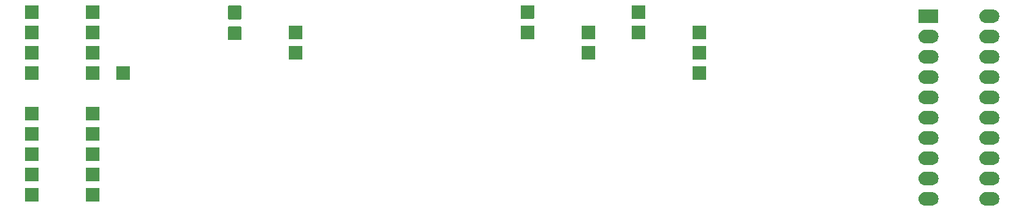
<source format=gbs>
G04 #@! TF.GenerationSoftware,KiCad,Pcbnew,(5.1.2-1)-1*
G04 #@! TF.CreationDate,2019-06-06T20:45:53+01:00*
G04 #@! TF.ProjectId,SRAM Board 2MB,5352414d-2042-46f6-9172-6420324d422e,rev?*
G04 #@! TF.SameCoordinates,Original*
G04 #@! TF.FileFunction,Soldermask,Bot*
G04 #@! TF.FilePolarity,Negative*
%FSLAX46Y46*%
G04 Gerber Fmt 4.6, Leading zero omitted, Abs format (unit mm)*
G04 Created by KiCad (PCBNEW (5.1.2-1)-1) date 2019-06-06 20:45:53*
%MOMM*%
%LPD*%
G04 APERTURE LIST*
%ADD10C,0.100000*%
G04 APERTURE END LIST*
D10*
G36*
X263456823Y-96951313D02*
G01*
X263617242Y-96999976D01*
X263749906Y-97070886D01*
X263765078Y-97078996D01*
X263894659Y-97185341D01*
X264001004Y-97314922D01*
X264001005Y-97314924D01*
X264080024Y-97462758D01*
X264128687Y-97623177D01*
X264145117Y-97790000D01*
X264128687Y-97956823D01*
X264080024Y-98117242D01*
X264071601Y-98133000D01*
X264001004Y-98265078D01*
X263894659Y-98394659D01*
X263765078Y-98501004D01*
X263765076Y-98501005D01*
X263617242Y-98580024D01*
X263456823Y-98628687D01*
X263331804Y-98641000D01*
X262448196Y-98641000D01*
X262323177Y-98628687D01*
X262162758Y-98580024D01*
X262014924Y-98501005D01*
X262014922Y-98501004D01*
X261885341Y-98394659D01*
X261778996Y-98265078D01*
X261708399Y-98133000D01*
X261699976Y-98117242D01*
X261651313Y-97956823D01*
X261634883Y-97790000D01*
X261651313Y-97623177D01*
X261699976Y-97462758D01*
X261778995Y-97314924D01*
X261778996Y-97314922D01*
X261885341Y-97185341D01*
X262014922Y-97078996D01*
X262030094Y-97070886D01*
X262162758Y-96999976D01*
X262323177Y-96951313D01*
X262448196Y-96939000D01*
X263331804Y-96939000D01*
X263456823Y-96951313D01*
X263456823Y-96951313D01*
G37*
G36*
X255836823Y-96951313D02*
G01*
X255997242Y-96999976D01*
X256129906Y-97070886D01*
X256145078Y-97078996D01*
X256274659Y-97185341D01*
X256381004Y-97314922D01*
X256381005Y-97314924D01*
X256460024Y-97462758D01*
X256508687Y-97623177D01*
X256525117Y-97790000D01*
X256508687Y-97956823D01*
X256460024Y-98117242D01*
X256451601Y-98133000D01*
X256381004Y-98265078D01*
X256274659Y-98394659D01*
X256145078Y-98501004D01*
X256145076Y-98501005D01*
X255997242Y-98580024D01*
X255836823Y-98628687D01*
X255711804Y-98641000D01*
X254828196Y-98641000D01*
X254703177Y-98628687D01*
X254542758Y-98580024D01*
X254394924Y-98501005D01*
X254394922Y-98501004D01*
X254265341Y-98394659D01*
X254158996Y-98265078D01*
X254088399Y-98133000D01*
X254079976Y-98117242D01*
X254031313Y-97956823D01*
X254014883Y-97790000D01*
X254031313Y-97623177D01*
X254079976Y-97462758D01*
X254158995Y-97314924D01*
X254158996Y-97314922D01*
X254265341Y-97185341D01*
X254394922Y-97078996D01*
X254410094Y-97070886D01*
X254542758Y-96999976D01*
X254703177Y-96951313D01*
X254828196Y-96939000D01*
X255711804Y-96939000D01*
X255836823Y-96951313D01*
X255836823Y-96951313D01*
G37*
G36*
X151377099Y-96433879D02*
G01*
X151399306Y-96440616D01*
X151419778Y-96451558D01*
X151437718Y-96466282D01*
X151452442Y-96484222D01*
X151463384Y-96504694D01*
X151470121Y-96526901D01*
X151473000Y-96556138D01*
X151473000Y-98007862D01*
X151470121Y-98037099D01*
X151463384Y-98059306D01*
X151452442Y-98079778D01*
X151437718Y-98097718D01*
X151419778Y-98112442D01*
X151399306Y-98123384D01*
X151377099Y-98130121D01*
X151347862Y-98133000D01*
X149896138Y-98133000D01*
X149866901Y-98130121D01*
X149844694Y-98123384D01*
X149824222Y-98112442D01*
X149806282Y-98097718D01*
X149791558Y-98079778D01*
X149780616Y-98059306D01*
X149773879Y-98037099D01*
X149771000Y-98007862D01*
X149771000Y-96556138D01*
X149773879Y-96526901D01*
X149780616Y-96504694D01*
X149791558Y-96484222D01*
X149806282Y-96466282D01*
X149824222Y-96451558D01*
X149844694Y-96440616D01*
X149866901Y-96433879D01*
X149896138Y-96431000D01*
X151347862Y-96431000D01*
X151377099Y-96433879D01*
X151377099Y-96433879D01*
G37*
G36*
X143757099Y-96433879D02*
G01*
X143779306Y-96440616D01*
X143799778Y-96451558D01*
X143817718Y-96466282D01*
X143832442Y-96484222D01*
X143843384Y-96504694D01*
X143850121Y-96526901D01*
X143853000Y-96556138D01*
X143853000Y-98007862D01*
X143850121Y-98037099D01*
X143843384Y-98059306D01*
X143832442Y-98079778D01*
X143817718Y-98097718D01*
X143799778Y-98112442D01*
X143779306Y-98123384D01*
X143757099Y-98130121D01*
X143727862Y-98133000D01*
X142276138Y-98133000D01*
X142246901Y-98130121D01*
X142224694Y-98123384D01*
X142204222Y-98112442D01*
X142186282Y-98097718D01*
X142171558Y-98079778D01*
X142160616Y-98059306D01*
X142153879Y-98037099D01*
X142151000Y-98007862D01*
X142151000Y-96556138D01*
X142153879Y-96526901D01*
X142160616Y-96504694D01*
X142171558Y-96484222D01*
X142186282Y-96466282D01*
X142204222Y-96451558D01*
X142224694Y-96440616D01*
X142246901Y-96433879D01*
X142276138Y-96431000D01*
X143727862Y-96431000D01*
X143757099Y-96433879D01*
X143757099Y-96433879D01*
G37*
G36*
X255836823Y-94411313D02*
G01*
X255997242Y-94459976D01*
X256129906Y-94530886D01*
X256145078Y-94538996D01*
X256274659Y-94645341D01*
X256381004Y-94774922D01*
X256381005Y-94774924D01*
X256460024Y-94922758D01*
X256508687Y-95083177D01*
X256525117Y-95250000D01*
X256508687Y-95416823D01*
X256460024Y-95577242D01*
X256451601Y-95593000D01*
X256381004Y-95725078D01*
X256274659Y-95854659D01*
X256145078Y-95961004D01*
X256145076Y-95961005D01*
X255997242Y-96040024D01*
X255836823Y-96088687D01*
X255711804Y-96101000D01*
X254828196Y-96101000D01*
X254703177Y-96088687D01*
X254542758Y-96040024D01*
X254394924Y-95961005D01*
X254394922Y-95961004D01*
X254265341Y-95854659D01*
X254158996Y-95725078D01*
X254088399Y-95593000D01*
X254079976Y-95577242D01*
X254031313Y-95416823D01*
X254014883Y-95250000D01*
X254031313Y-95083177D01*
X254079976Y-94922758D01*
X254158995Y-94774924D01*
X254158996Y-94774922D01*
X254265341Y-94645341D01*
X254394922Y-94538996D01*
X254410094Y-94530886D01*
X254542758Y-94459976D01*
X254703177Y-94411313D01*
X254828196Y-94399000D01*
X255711804Y-94399000D01*
X255836823Y-94411313D01*
X255836823Y-94411313D01*
G37*
G36*
X263456823Y-94411313D02*
G01*
X263617242Y-94459976D01*
X263749906Y-94530886D01*
X263765078Y-94538996D01*
X263894659Y-94645341D01*
X264001004Y-94774922D01*
X264001005Y-94774924D01*
X264080024Y-94922758D01*
X264128687Y-95083177D01*
X264145117Y-95250000D01*
X264128687Y-95416823D01*
X264080024Y-95577242D01*
X264071601Y-95593000D01*
X264001004Y-95725078D01*
X263894659Y-95854659D01*
X263765078Y-95961004D01*
X263765076Y-95961005D01*
X263617242Y-96040024D01*
X263456823Y-96088687D01*
X263331804Y-96101000D01*
X262448196Y-96101000D01*
X262323177Y-96088687D01*
X262162758Y-96040024D01*
X262014924Y-95961005D01*
X262014922Y-95961004D01*
X261885341Y-95854659D01*
X261778996Y-95725078D01*
X261708399Y-95593000D01*
X261699976Y-95577242D01*
X261651313Y-95416823D01*
X261634883Y-95250000D01*
X261651313Y-95083177D01*
X261699976Y-94922758D01*
X261778995Y-94774924D01*
X261778996Y-94774922D01*
X261885341Y-94645341D01*
X262014922Y-94538996D01*
X262030094Y-94530886D01*
X262162758Y-94459976D01*
X262323177Y-94411313D01*
X262448196Y-94399000D01*
X263331804Y-94399000D01*
X263456823Y-94411313D01*
X263456823Y-94411313D01*
G37*
G36*
X151377099Y-93893879D02*
G01*
X151399306Y-93900616D01*
X151419778Y-93911558D01*
X151437718Y-93926282D01*
X151452442Y-93944222D01*
X151463384Y-93964694D01*
X151470121Y-93986901D01*
X151473000Y-94016138D01*
X151473000Y-95467862D01*
X151470121Y-95497099D01*
X151463384Y-95519306D01*
X151452442Y-95539778D01*
X151437718Y-95557718D01*
X151419778Y-95572442D01*
X151399306Y-95583384D01*
X151377099Y-95590121D01*
X151347862Y-95593000D01*
X149896138Y-95593000D01*
X149866901Y-95590121D01*
X149844694Y-95583384D01*
X149824222Y-95572442D01*
X149806282Y-95557718D01*
X149791558Y-95539778D01*
X149780616Y-95519306D01*
X149773879Y-95497099D01*
X149771000Y-95467862D01*
X149771000Y-94016138D01*
X149773879Y-93986901D01*
X149780616Y-93964694D01*
X149791558Y-93944222D01*
X149806282Y-93926282D01*
X149824222Y-93911558D01*
X149844694Y-93900616D01*
X149866901Y-93893879D01*
X149896138Y-93891000D01*
X151347862Y-93891000D01*
X151377099Y-93893879D01*
X151377099Y-93893879D01*
G37*
G36*
X143757099Y-93893879D02*
G01*
X143779306Y-93900616D01*
X143799778Y-93911558D01*
X143817718Y-93926282D01*
X143832442Y-93944222D01*
X143843384Y-93964694D01*
X143850121Y-93986901D01*
X143853000Y-94016138D01*
X143853000Y-95467862D01*
X143850121Y-95497099D01*
X143843384Y-95519306D01*
X143832442Y-95539778D01*
X143817718Y-95557718D01*
X143799778Y-95572442D01*
X143779306Y-95583384D01*
X143757099Y-95590121D01*
X143727862Y-95593000D01*
X142276138Y-95593000D01*
X142246901Y-95590121D01*
X142224694Y-95583384D01*
X142204222Y-95572442D01*
X142186282Y-95557718D01*
X142171558Y-95539778D01*
X142160616Y-95519306D01*
X142153879Y-95497099D01*
X142151000Y-95467862D01*
X142151000Y-94016138D01*
X142153879Y-93986901D01*
X142160616Y-93964694D01*
X142171558Y-93944222D01*
X142186282Y-93926282D01*
X142204222Y-93911558D01*
X142224694Y-93900616D01*
X142246901Y-93893879D01*
X142276138Y-93891000D01*
X143727862Y-93891000D01*
X143757099Y-93893879D01*
X143757099Y-93893879D01*
G37*
G36*
X263456823Y-91871313D02*
G01*
X263617242Y-91919976D01*
X263749906Y-91990886D01*
X263765078Y-91998996D01*
X263894659Y-92105341D01*
X264001004Y-92234922D01*
X264001005Y-92234924D01*
X264080024Y-92382758D01*
X264128687Y-92543177D01*
X264145117Y-92710000D01*
X264128687Y-92876823D01*
X264080024Y-93037242D01*
X264071601Y-93053000D01*
X264001004Y-93185078D01*
X263894659Y-93314659D01*
X263765078Y-93421004D01*
X263765076Y-93421005D01*
X263617242Y-93500024D01*
X263456823Y-93548687D01*
X263331804Y-93561000D01*
X262448196Y-93561000D01*
X262323177Y-93548687D01*
X262162758Y-93500024D01*
X262014924Y-93421005D01*
X262014922Y-93421004D01*
X261885341Y-93314659D01*
X261778996Y-93185078D01*
X261708399Y-93053000D01*
X261699976Y-93037242D01*
X261651313Y-92876823D01*
X261634883Y-92710000D01*
X261651313Y-92543177D01*
X261699976Y-92382758D01*
X261778995Y-92234924D01*
X261778996Y-92234922D01*
X261885341Y-92105341D01*
X262014922Y-91998996D01*
X262030094Y-91990886D01*
X262162758Y-91919976D01*
X262323177Y-91871313D01*
X262448196Y-91859000D01*
X263331804Y-91859000D01*
X263456823Y-91871313D01*
X263456823Y-91871313D01*
G37*
G36*
X255836823Y-91871313D02*
G01*
X255997242Y-91919976D01*
X256129906Y-91990886D01*
X256145078Y-91998996D01*
X256274659Y-92105341D01*
X256381004Y-92234922D01*
X256381005Y-92234924D01*
X256460024Y-92382758D01*
X256508687Y-92543177D01*
X256525117Y-92710000D01*
X256508687Y-92876823D01*
X256460024Y-93037242D01*
X256451601Y-93053000D01*
X256381004Y-93185078D01*
X256274659Y-93314659D01*
X256145078Y-93421004D01*
X256145076Y-93421005D01*
X255997242Y-93500024D01*
X255836823Y-93548687D01*
X255711804Y-93561000D01*
X254828196Y-93561000D01*
X254703177Y-93548687D01*
X254542758Y-93500024D01*
X254394924Y-93421005D01*
X254394922Y-93421004D01*
X254265341Y-93314659D01*
X254158996Y-93185078D01*
X254088399Y-93053000D01*
X254079976Y-93037242D01*
X254031313Y-92876823D01*
X254014883Y-92710000D01*
X254031313Y-92543177D01*
X254079976Y-92382758D01*
X254158995Y-92234924D01*
X254158996Y-92234922D01*
X254265341Y-92105341D01*
X254394922Y-91998996D01*
X254410094Y-91990886D01*
X254542758Y-91919976D01*
X254703177Y-91871313D01*
X254828196Y-91859000D01*
X255711804Y-91859000D01*
X255836823Y-91871313D01*
X255836823Y-91871313D01*
G37*
G36*
X151377099Y-91353879D02*
G01*
X151399306Y-91360616D01*
X151419778Y-91371558D01*
X151437718Y-91386282D01*
X151452442Y-91404222D01*
X151463384Y-91424694D01*
X151470121Y-91446901D01*
X151473000Y-91476138D01*
X151473000Y-92927862D01*
X151470121Y-92957099D01*
X151463384Y-92979306D01*
X151452442Y-92999778D01*
X151437718Y-93017718D01*
X151419778Y-93032442D01*
X151399306Y-93043384D01*
X151377099Y-93050121D01*
X151347862Y-93053000D01*
X149896138Y-93053000D01*
X149866901Y-93050121D01*
X149844694Y-93043384D01*
X149824222Y-93032442D01*
X149806282Y-93017718D01*
X149791558Y-92999778D01*
X149780616Y-92979306D01*
X149773879Y-92957099D01*
X149771000Y-92927862D01*
X149771000Y-91476138D01*
X149773879Y-91446901D01*
X149780616Y-91424694D01*
X149791558Y-91404222D01*
X149806282Y-91386282D01*
X149824222Y-91371558D01*
X149844694Y-91360616D01*
X149866901Y-91353879D01*
X149896138Y-91351000D01*
X151347862Y-91351000D01*
X151377099Y-91353879D01*
X151377099Y-91353879D01*
G37*
G36*
X143757099Y-91353879D02*
G01*
X143779306Y-91360616D01*
X143799778Y-91371558D01*
X143817718Y-91386282D01*
X143832442Y-91404222D01*
X143843384Y-91424694D01*
X143850121Y-91446901D01*
X143853000Y-91476138D01*
X143853000Y-92927862D01*
X143850121Y-92957099D01*
X143843384Y-92979306D01*
X143832442Y-92999778D01*
X143817718Y-93017718D01*
X143799778Y-93032442D01*
X143779306Y-93043384D01*
X143757099Y-93050121D01*
X143727862Y-93053000D01*
X142276138Y-93053000D01*
X142246901Y-93050121D01*
X142224694Y-93043384D01*
X142204222Y-93032442D01*
X142186282Y-93017718D01*
X142171558Y-92999778D01*
X142160616Y-92979306D01*
X142153879Y-92957099D01*
X142151000Y-92927862D01*
X142151000Y-91476138D01*
X142153879Y-91446901D01*
X142160616Y-91424694D01*
X142171558Y-91404222D01*
X142186282Y-91386282D01*
X142204222Y-91371558D01*
X142224694Y-91360616D01*
X142246901Y-91353879D01*
X142276138Y-91351000D01*
X143727862Y-91351000D01*
X143757099Y-91353879D01*
X143757099Y-91353879D01*
G37*
G36*
X255836823Y-89331313D02*
G01*
X255997242Y-89379976D01*
X256129906Y-89450886D01*
X256145078Y-89458996D01*
X256274659Y-89565341D01*
X256381004Y-89694922D01*
X256381005Y-89694924D01*
X256460024Y-89842758D01*
X256508687Y-90003177D01*
X256525117Y-90170000D01*
X256508687Y-90336823D01*
X256460024Y-90497242D01*
X256451601Y-90513000D01*
X256381004Y-90645078D01*
X256274659Y-90774659D01*
X256145078Y-90881004D01*
X256145076Y-90881005D01*
X255997242Y-90960024D01*
X255836823Y-91008687D01*
X255711804Y-91021000D01*
X254828196Y-91021000D01*
X254703177Y-91008687D01*
X254542758Y-90960024D01*
X254394924Y-90881005D01*
X254394922Y-90881004D01*
X254265341Y-90774659D01*
X254158996Y-90645078D01*
X254088399Y-90513000D01*
X254079976Y-90497242D01*
X254031313Y-90336823D01*
X254014883Y-90170000D01*
X254031313Y-90003177D01*
X254079976Y-89842758D01*
X254158995Y-89694924D01*
X254158996Y-89694922D01*
X254265341Y-89565341D01*
X254394922Y-89458996D01*
X254410094Y-89450886D01*
X254542758Y-89379976D01*
X254703177Y-89331313D01*
X254828196Y-89319000D01*
X255711804Y-89319000D01*
X255836823Y-89331313D01*
X255836823Y-89331313D01*
G37*
G36*
X263456823Y-89331313D02*
G01*
X263617242Y-89379976D01*
X263749906Y-89450886D01*
X263765078Y-89458996D01*
X263894659Y-89565341D01*
X264001004Y-89694922D01*
X264001005Y-89694924D01*
X264080024Y-89842758D01*
X264128687Y-90003177D01*
X264145117Y-90170000D01*
X264128687Y-90336823D01*
X264080024Y-90497242D01*
X264071601Y-90513000D01*
X264001004Y-90645078D01*
X263894659Y-90774659D01*
X263765078Y-90881004D01*
X263765076Y-90881005D01*
X263617242Y-90960024D01*
X263456823Y-91008687D01*
X263331804Y-91021000D01*
X262448196Y-91021000D01*
X262323177Y-91008687D01*
X262162758Y-90960024D01*
X262014924Y-90881005D01*
X262014922Y-90881004D01*
X261885341Y-90774659D01*
X261778996Y-90645078D01*
X261708399Y-90513000D01*
X261699976Y-90497242D01*
X261651313Y-90336823D01*
X261634883Y-90170000D01*
X261651313Y-90003177D01*
X261699976Y-89842758D01*
X261778995Y-89694924D01*
X261778996Y-89694922D01*
X261885341Y-89565341D01*
X262014922Y-89458996D01*
X262030094Y-89450886D01*
X262162758Y-89379976D01*
X262323177Y-89331313D01*
X262448196Y-89319000D01*
X263331804Y-89319000D01*
X263456823Y-89331313D01*
X263456823Y-89331313D01*
G37*
G36*
X151377099Y-88813879D02*
G01*
X151399306Y-88820616D01*
X151419778Y-88831558D01*
X151437718Y-88846282D01*
X151452442Y-88864222D01*
X151463384Y-88884694D01*
X151470121Y-88906901D01*
X151473000Y-88936138D01*
X151473000Y-90387862D01*
X151470121Y-90417099D01*
X151463384Y-90439306D01*
X151452442Y-90459778D01*
X151437718Y-90477718D01*
X151419778Y-90492442D01*
X151399306Y-90503384D01*
X151377099Y-90510121D01*
X151347862Y-90513000D01*
X149896138Y-90513000D01*
X149866901Y-90510121D01*
X149844694Y-90503384D01*
X149824222Y-90492442D01*
X149806282Y-90477718D01*
X149791558Y-90459778D01*
X149780616Y-90439306D01*
X149773879Y-90417099D01*
X149771000Y-90387862D01*
X149771000Y-88936138D01*
X149773879Y-88906901D01*
X149780616Y-88884694D01*
X149791558Y-88864222D01*
X149806282Y-88846282D01*
X149824222Y-88831558D01*
X149844694Y-88820616D01*
X149866901Y-88813879D01*
X149896138Y-88811000D01*
X151347862Y-88811000D01*
X151377099Y-88813879D01*
X151377099Y-88813879D01*
G37*
G36*
X143757099Y-88813879D02*
G01*
X143779306Y-88820616D01*
X143799778Y-88831558D01*
X143817718Y-88846282D01*
X143832442Y-88864222D01*
X143843384Y-88884694D01*
X143850121Y-88906901D01*
X143853000Y-88936138D01*
X143853000Y-90387862D01*
X143850121Y-90417099D01*
X143843384Y-90439306D01*
X143832442Y-90459778D01*
X143817718Y-90477718D01*
X143799778Y-90492442D01*
X143779306Y-90503384D01*
X143757099Y-90510121D01*
X143727862Y-90513000D01*
X142276138Y-90513000D01*
X142246901Y-90510121D01*
X142224694Y-90503384D01*
X142204222Y-90492442D01*
X142186282Y-90477718D01*
X142171558Y-90459778D01*
X142160616Y-90439306D01*
X142153879Y-90417099D01*
X142151000Y-90387862D01*
X142151000Y-88936138D01*
X142153879Y-88906901D01*
X142160616Y-88884694D01*
X142171558Y-88864222D01*
X142186282Y-88846282D01*
X142204222Y-88831558D01*
X142224694Y-88820616D01*
X142246901Y-88813879D01*
X142276138Y-88811000D01*
X143727862Y-88811000D01*
X143757099Y-88813879D01*
X143757099Y-88813879D01*
G37*
G36*
X263456823Y-86791313D02*
G01*
X263617242Y-86839976D01*
X263749906Y-86910886D01*
X263765078Y-86918996D01*
X263894659Y-87025341D01*
X264001004Y-87154922D01*
X264001005Y-87154924D01*
X264080024Y-87302758D01*
X264128687Y-87463177D01*
X264145117Y-87630000D01*
X264128687Y-87796823D01*
X264080024Y-87957242D01*
X264071601Y-87973000D01*
X264001004Y-88105078D01*
X263894659Y-88234659D01*
X263765078Y-88341004D01*
X263765076Y-88341005D01*
X263617242Y-88420024D01*
X263456823Y-88468687D01*
X263331804Y-88481000D01*
X262448196Y-88481000D01*
X262323177Y-88468687D01*
X262162758Y-88420024D01*
X262014924Y-88341005D01*
X262014922Y-88341004D01*
X261885341Y-88234659D01*
X261778996Y-88105078D01*
X261708399Y-87973000D01*
X261699976Y-87957242D01*
X261651313Y-87796823D01*
X261634883Y-87630000D01*
X261651313Y-87463177D01*
X261699976Y-87302758D01*
X261778995Y-87154924D01*
X261778996Y-87154922D01*
X261885341Y-87025341D01*
X262014922Y-86918996D01*
X262030094Y-86910886D01*
X262162758Y-86839976D01*
X262323177Y-86791313D01*
X262448196Y-86779000D01*
X263331804Y-86779000D01*
X263456823Y-86791313D01*
X263456823Y-86791313D01*
G37*
G36*
X255836823Y-86791313D02*
G01*
X255997242Y-86839976D01*
X256129906Y-86910886D01*
X256145078Y-86918996D01*
X256274659Y-87025341D01*
X256381004Y-87154922D01*
X256381005Y-87154924D01*
X256460024Y-87302758D01*
X256508687Y-87463177D01*
X256525117Y-87630000D01*
X256508687Y-87796823D01*
X256460024Y-87957242D01*
X256451601Y-87973000D01*
X256381004Y-88105078D01*
X256274659Y-88234659D01*
X256145078Y-88341004D01*
X256145076Y-88341005D01*
X255997242Y-88420024D01*
X255836823Y-88468687D01*
X255711804Y-88481000D01*
X254828196Y-88481000D01*
X254703177Y-88468687D01*
X254542758Y-88420024D01*
X254394924Y-88341005D01*
X254394922Y-88341004D01*
X254265341Y-88234659D01*
X254158996Y-88105078D01*
X254088399Y-87973000D01*
X254079976Y-87957242D01*
X254031313Y-87796823D01*
X254014883Y-87630000D01*
X254031313Y-87463177D01*
X254079976Y-87302758D01*
X254158995Y-87154924D01*
X254158996Y-87154922D01*
X254265341Y-87025341D01*
X254394922Y-86918996D01*
X254410094Y-86910886D01*
X254542758Y-86839976D01*
X254703177Y-86791313D01*
X254828196Y-86779000D01*
X255711804Y-86779000D01*
X255836823Y-86791313D01*
X255836823Y-86791313D01*
G37*
G36*
X143757099Y-86273879D02*
G01*
X143779306Y-86280616D01*
X143799778Y-86291558D01*
X143817718Y-86306282D01*
X143832442Y-86324222D01*
X143843384Y-86344694D01*
X143850121Y-86366901D01*
X143853000Y-86396138D01*
X143853000Y-87847862D01*
X143850121Y-87877099D01*
X143843384Y-87899306D01*
X143832442Y-87919778D01*
X143817718Y-87937718D01*
X143799778Y-87952442D01*
X143779306Y-87963384D01*
X143757099Y-87970121D01*
X143727862Y-87973000D01*
X142276138Y-87973000D01*
X142246901Y-87970121D01*
X142224694Y-87963384D01*
X142204222Y-87952442D01*
X142186282Y-87937718D01*
X142171558Y-87919778D01*
X142160616Y-87899306D01*
X142153879Y-87877099D01*
X142151000Y-87847862D01*
X142151000Y-86396138D01*
X142153879Y-86366901D01*
X142160616Y-86344694D01*
X142171558Y-86324222D01*
X142186282Y-86306282D01*
X142204222Y-86291558D01*
X142224694Y-86280616D01*
X142246901Y-86273879D01*
X142276138Y-86271000D01*
X143727862Y-86271000D01*
X143757099Y-86273879D01*
X143757099Y-86273879D01*
G37*
G36*
X151377099Y-86273879D02*
G01*
X151399306Y-86280616D01*
X151419778Y-86291558D01*
X151437718Y-86306282D01*
X151452442Y-86324222D01*
X151463384Y-86344694D01*
X151470121Y-86366901D01*
X151473000Y-86396138D01*
X151473000Y-87847862D01*
X151470121Y-87877099D01*
X151463384Y-87899306D01*
X151452442Y-87919778D01*
X151437718Y-87937718D01*
X151419778Y-87952442D01*
X151399306Y-87963384D01*
X151377099Y-87970121D01*
X151347862Y-87973000D01*
X149896138Y-87973000D01*
X149866901Y-87970121D01*
X149844694Y-87963384D01*
X149824222Y-87952442D01*
X149806282Y-87937718D01*
X149791558Y-87919778D01*
X149780616Y-87899306D01*
X149773879Y-87877099D01*
X149771000Y-87847862D01*
X149771000Y-86396138D01*
X149773879Y-86366901D01*
X149780616Y-86344694D01*
X149791558Y-86324222D01*
X149806282Y-86306282D01*
X149824222Y-86291558D01*
X149844694Y-86280616D01*
X149866901Y-86273879D01*
X149896138Y-86271000D01*
X151347862Y-86271000D01*
X151377099Y-86273879D01*
X151377099Y-86273879D01*
G37*
G36*
X255836823Y-84251313D02*
G01*
X255997242Y-84299976D01*
X256129906Y-84370886D01*
X256145078Y-84378996D01*
X256274659Y-84485341D01*
X256381004Y-84614922D01*
X256381005Y-84614924D01*
X256460024Y-84762758D01*
X256508687Y-84923177D01*
X256525117Y-85090000D01*
X256508687Y-85256823D01*
X256460024Y-85417242D01*
X256389114Y-85549906D01*
X256381004Y-85565078D01*
X256274659Y-85694659D01*
X256145078Y-85801004D01*
X256145076Y-85801005D01*
X255997242Y-85880024D01*
X255836823Y-85928687D01*
X255711804Y-85941000D01*
X254828196Y-85941000D01*
X254703177Y-85928687D01*
X254542758Y-85880024D01*
X254394924Y-85801005D01*
X254394922Y-85801004D01*
X254265341Y-85694659D01*
X254158996Y-85565078D01*
X254150886Y-85549906D01*
X254079976Y-85417242D01*
X254031313Y-85256823D01*
X254014883Y-85090000D01*
X254031313Y-84923177D01*
X254079976Y-84762758D01*
X254158995Y-84614924D01*
X254158996Y-84614922D01*
X254265341Y-84485341D01*
X254394922Y-84378996D01*
X254410094Y-84370886D01*
X254542758Y-84299976D01*
X254703177Y-84251313D01*
X254828196Y-84239000D01*
X255711804Y-84239000D01*
X255836823Y-84251313D01*
X255836823Y-84251313D01*
G37*
G36*
X263456823Y-84251313D02*
G01*
X263617242Y-84299976D01*
X263749906Y-84370886D01*
X263765078Y-84378996D01*
X263894659Y-84485341D01*
X264001004Y-84614922D01*
X264001005Y-84614924D01*
X264080024Y-84762758D01*
X264128687Y-84923177D01*
X264145117Y-85090000D01*
X264128687Y-85256823D01*
X264080024Y-85417242D01*
X264009114Y-85549906D01*
X264001004Y-85565078D01*
X263894659Y-85694659D01*
X263765078Y-85801004D01*
X263765076Y-85801005D01*
X263617242Y-85880024D01*
X263456823Y-85928687D01*
X263331804Y-85941000D01*
X262448196Y-85941000D01*
X262323177Y-85928687D01*
X262162758Y-85880024D01*
X262014924Y-85801005D01*
X262014922Y-85801004D01*
X261885341Y-85694659D01*
X261778996Y-85565078D01*
X261770886Y-85549906D01*
X261699976Y-85417242D01*
X261651313Y-85256823D01*
X261634883Y-85090000D01*
X261651313Y-84923177D01*
X261699976Y-84762758D01*
X261778995Y-84614924D01*
X261778996Y-84614922D01*
X261885341Y-84485341D01*
X262014922Y-84378996D01*
X262030094Y-84370886D01*
X262162758Y-84299976D01*
X262323177Y-84251313D01*
X262448196Y-84239000D01*
X263331804Y-84239000D01*
X263456823Y-84251313D01*
X263456823Y-84251313D01*
G37*
G36*
X263456823Y-81711313D02*
G01*
X263617242Y-81759976D01*
X263749906Y-81830886D01*
X263765078Y-81838996D01*
X263894659Y-81945341D01*
X264001004Y-82074922D01*
X264001005Y-82074924D01*
X264080024Y-82222758D01*
X264128687Y-82383177D01*
X264145117Y-82550000D01*
X264128687Y-82716823D01*
X264080024Y-82877242D01*
X264071601Y-82893000D01*
X264001004Y-83025078D01*
X263894659Y-83154659D01*
X263765078Y-83261004D01*
X263765076Y-83261005D01*
X263617242Y-83340024D01*
X263456823Y-83388687D01*
X263331804Y-83401000D01*
X262448196Y-83401000D01*
X262323177Y-83388687D01*
X262162758Y-83340024D01*
X262014924Y-83261005D01*
X262014922Y-83261004D01*
X261885341Y-83154659D01*
X261778996Y-83025078D01*
X261708399Y-82893000D01*
X261699976Y-82877242D01*
X261651313Y-82716823D01*
X261634883Y-82550000D01*
X261651313Y-82383177D01*
X261699976Y-82222758D01*
X261778995Y-82074924D01*
X261778996Y-82074922D01*
X261885341Y-81945341D01*
X262014922Y-81838996D01*
X262030094Y-81830886D01*
X262162758Y-81759976D01*
X262323177Y-81711313D01*
X262448196Y-81699000D01*
X263331804Y-81699000D01*
X263456823Y-81711313D01*
X263456823Y-81711313D01*
G37*
G36*
X255836823Y-81711313D02*
G01*
X255997242Y-81759976D01*
X256129906Y-81830886D01*
X256145078Y-81838996D01*
X256274659Y-81945341D01*
X256381004Y-82074922D01*
X256381005Y-82074924D01*
X256460024Y-82222758D01*
X256508687Y-82383177D01*
X256525117Y-82550000D01*
X256508687Y-82716823D01*
X256460024Y-82877242D01*
X256451601Y-82893000D01*
X256381004Y-83025078D01*
X256274659Y-83154659D01*
X256145078Y-83261004D01*
X256145076Y-83261005D01*
X255997242Y-83340024D01*
X255836823Y-83388687D01*
X255711804Y-83401000D01*
X254828196Y-83401000D01*
X254703177Y-83388687D01*
X254542758Y-83340024D01*
X254394924Y-83261005D01*
X254394922Y-83261004D01*
X254265341Y-83154659D01*
X254158996Y-83025078D01*
X254088399Y-82893000D01*
X254079976Y-82877242D01*
X254031313Y-82716823D01*
X254014883Y-82550000D01*
X254031313Y-82383177D01*
X254079976Y-82222758D01*
X254158995Y-82074924D01*
X254158996Y-82074922D01*
X254265341Y-81945341D01*
X254394922Y-81838996D01*
X254410094Y-81830886D01*
X254542758Y-81759976D01*
X254703177Y-81711313D01*
X254828196Y-81699000D01*
X255711804Y-81699000D01*
X255836823Y-81711313D01*
X255836823Y-81711313D01*
G37*
G36*
X227323099Y-81193879D02*
G01*
X227345306Y-81200616D01*
X227365778Y-81211558D01*
X227383718Y-81226282D01*
X227398442Y-81244222D01*
X227409384Y-81264694D01*
X227416121Y-81286901D01*
X227419000Y-81316138D01*
X227419000Y-82767862D01*
X227416121Y-82797099D01*
X227409384Y-82819306D01*
X227398442Y-82839778D01*
X227383718Y-82857718D01*
X227365778Y-82872442D01*
X227345306Y-82883384D01*
X227323099Y-82890121D01*
X227293862Y-82893000D01*
X225842138Y-82893000D01*
X225812901Y-82890121D01*
X225790694Y-82883384D01*
X225770222Y-82872442D01*
X225752282Y-82857718D01*
X225737558Y-82839778D01*
X225726616Y-82819306D01*
X225719879Y-82797099D01*
X225717000Y-82767862D01*
X225717000Y-81316138D01*
X225719879Y-81286901D01*
X225726616Y-81264694D01*
X225737558Y-81244222D01*
X225752282Y-81226282D01*
X225770222Y-81211558D01*
X225790694Y-81200616D01*
X225812901Y-81193879D01*
X225842138Y-81191000D01*
X227293862Y-81191000D01*
X227323099Y-81193879D01*
X227323099Y-81193879D01*
G37*
G36*
X143757099Y-81193879D02*
G01*
X143779306Y-81200616D01*
X143799778Y-81211558D01*
X143817718Y-81226282D01*
X143832442Y-81244222D01*
X143843384Y-81264694D01*
X143850121Y-81286901D01*
X143853000Y-81316138D01*
X143853000Y-82767862D01*
X143850121Y-82797099D01*
X143843384Y-82819306D01*
X143832442Y-82839778D01*
X143817718Y-82857718D01*
X143799778Y-82872442D01*
X143779306Y-82883384D01*
X143757099Y-82890121D01*
X143727862Y-82893000D01*
X142276138Y-82893000D01*
X142246901Y-82890121D01*
X142224694Y-82883384D01*
X142204222Y-82872442D01*
X142186282Y-82857718D01*
X142171558Y-82839778D01*
X142160616Y-82819306D01*
X142153879Y-82797099D01*
X142151000Y-82767862D01*
X142151000Y-81316138D01*
X142153879Y-81286901D01*
X142160616Y-81264694D01*
X142171558Y-81244222D01*
X142186282Y-81226282D01*
X142204222Y-81211558D01*
X142224694Y-81200616D01*
X142246901Y-81193879D01*
X142276138Y-81191000D01*
X143727862Y-81191000D01*
X143757099Y-81193879D01*
X143757099Y-81193879D01*
G37*
G36*
X151377099Y-81193879D02*
G01*
X151399306Y-81200616D01*
X151419778Y-81211558D01*
X151437718Y-81226282D01*
X151452442Y-81244222D01*
X151463384Y-81264694D01*
X151470121Y-81286901D01*
X151473000Y-81316138D01*
X151473000Y-82767862D01*
X151470121Y-82797099D01*
X151463384Y-82819306D01*
X151452442Y-82839778D01*
X151437718Y-82857718D01*
X151419778Y-82872442D01*
X151399306Y-82883384D01*
X151377099Y-82890121D01*
X151347862Y-82893000D01*
X149896138Y-82893000D01*
X149866901Y-82890121D01*
X149844694Y-82883384D01*
X149824222Y-82872442D01*
X149806282Y-82857718D01*
X149791558Y-82839778D01*
X149780616Y-82819306D01*
X149773879Y-82797099D01*
X149771000Y-82767862D01*
X149771000Y-81316138D01*
X149773879Y-81286901D01*
X149780616Y-81264694D01*
X149791558Y-81244222D01*
X149806282Y-81226282D01*
X149824222Y-81211558D01*
X149844694Y-81200616D01*
X149866901Y-81193879D01*
X149896138Y-81191000D01*
X151347862Y-81191000D01*
X151377099Y-81193879D01*
X151377099Y-81193879D01*
G37*
G36*
X155187099Y-81193879D02*
G01*
X155209306Y-81200616D01*
X155229778Y-81211558D01*
X155247718Y-81226282D01*
X155262442Y-81244222D01*
X155273384Y-81264694D01*
X155280121Y-81286901D01*
X155283000Y-81316138D01*
X155283000Y-82767862D01*
X155280121Y-82797099D01*
X155273384Y-82819306D01*
X155262442Y-82839778D01*
X155247718Y-82857718D01*
X155229778Y-82872442D01*
X155209306Y-82883384D01*
X155187099Y-82890121D01*
X155157862Y-82893000D01*
X153706138Y-82893000D01*
X153676901Y-82890121D01*
X153654694Y-82883384D01*
X153634222Y-82872442D01*
X153616282Y-82857718D01*
X153601558Y-82839778D01*
X153590616Y-82819306D01*
X153583879Y-82797099D01*
X153581000Y-82767862D01*
X153581000Y-81316138D01*
X153583879Y-81286901D01*
X153590616Y-81264694D01*
X153601558Y-81244222D01*
X153616282Y-81226282D01*
X153634222Y-81211558D01*
X153654694Y-81200616D01*
X153676901Y-81193879D01*
X153706138Y-81191000D01*
X155157862Y-81191000D01*
X155187099Y-81193879D01*
X155187099Y-81193879D01*
G37*
G36*
X263456823Y-79171313D02*
G01*
X263617242Y-79219976D01*
X263749906Y-79290886D01*
X263765078Y-79298996D01*
X263894659Y-79405341D01*
X264001004Y-79534922D01*
X264001005Y-79534924D01*
X264080024Y-79682758D01*
X264128687Y-79843177D01*
X264145117Y-80010000D01*
X264128687Y-80176823D01*
X264080024Y-80337242D01*
X264071601Y-80353000D01*
X264001004Y-80485078D01*
X263894659Y-80614659D01*
X263765078Y-80721004D01*
X263765076Y-80721005D01*
X263617242Y-80800024D01*
X263456823Y-80848687D01*
X263331804Y-80861000D01*
X262448196Y-80861000D01*
X262323177Y-80848687D01*
X262162758Y-80800024D01*
X262014924Y-80721005D01*
X262014922Y-80721004D01*
X261885341Y-80614659D01*
X261778996Y-80485078D01*
X261708399Y-80353000D01*
X261699976Y-80337242D01*
X261651313Y-80176823D01*
X261634883Y-80010000D01*
X261651313Y-79843177D01*
X261699976Y-79682758D01*
X261778995Y-79534924D01*
X261778996Y-79534922D01*
X261885341Y-79405341D01*
X262014922Y-79298996D01*
X262030094Y-79290886D01*
X262162758Y-79219976D01*
X262323177Y-79171313D01*
X262448196Y-79159000D01*
X263331804Y-79159000D01*
X263456823Y-79171313D01*
X263456823Y-79171313D01*
G37*
G36*
X255836823Y-79171313D02*
G01*
X255997242Y-79219976D01*
X256129906Y-79290886D01*
X256145078Y-79298996D01*
X256274659Y-79405341D01*
X256381004Y-79534922D01*
X256381005Y-79534924D01*
X256460024Y-79682758D01*
X256508687Y-79843177D01*
X256525117Y-80010000D01*
X256508687Y-80176823D01*
X256460024Y-80337242D01*
X256451601Y-80353000D01*
X256381004Y-80485078D01*
X256274659Y-80614659D01*
X256145078Y-80721004D01*
X256145076Y-80721005D01*
X255997242Y-80800024D01*
X255836823Y-80848687D01*
X255711804Y-80861000D01*
X254828196Y-80861000D01*
X254703177Y-80848687D01*
X254542758Y-80800024D01*
X254394924Y-80721005D01*
X254394922Y-80721004D01*
X254265341Y-80614659D01*
X254158996Y-80485078D01*
X254088399Y-80353000D01*
X254079976Y-80337242D01*
X254031313Y-80176823D01*
X254014883Y-80010000D01*
X254031313Y-79843177D01*
X254079976Y-79682758D01*
X254158995Y-79534924D01*
X254158996Y-79534922D01*
X254265341Y-79405341D01*
X254394922Y-79298996D01*
X254410094Y-79290886D01*
X254542758Y-79219976D01*
X254703177Y-79171313D01*
X254828196Y-79159000D01*
X255711804Y-79159000D01*
X255836823Y-79171313D01*
X255836823Y-79171313D01*
G37*
G36*
X227323099Y-78653879D02*
G01*
X227345306Y-78660616D01*
X227365778Y-78671558D01*
X227383718Y-78686282D01*
X227398442Y-78704222D01*
X227409384Y-78724694D01*
X227416121Y-78746901D01*
X227419000Y-78776138D01*
X227419000Y-80227862D01*
X227416121Y-80257099D01*
X227409384Y-80279306D01*
X227398442Y-80299778D01*
X227383718Y-80317718D01*
X227365778Y-80332442D01*
X227345306Y-80343384D01*
X227323099Y-80350121D01*
X227293862Y-80353000D01*
X225842138Y-80353000D01*
X225812901Y-80350121D01*
X225790694Y-80343384D01*
X225770222Y-80332442D01*
X225752282Y-80317718D01*
X225737558Y-80299778D01*
X225726616Y-80279306D01*
X225719879Y-80257099D01*
X225717000Y-80227862D01*
X225717000Y-78776138D01*
X225719879Y-78746901D01*
X225726616Y-78724694D01*
X225737558Y-78704222D01*
X225752282Y-78686282D01*
X225770222Y-78671558D01*
X225790694Y-78660616D01*
X225812901Y-78653879D01*
X225842138Y-78651000D01*
X227293862Y-78651000D01*
X227323099Y-78653879D01*
X227323099Y-78653879D01*
G37*
G36*
X213480099Y-78653879D02*
G01*
X213502306Y-78660616D01*
X213522778Y-78671558D01*
X213540718Y-78686282D01*
X213555442Y-78704222D01*
X213566384Y-78724694D01*
X213573121Y-78746901D01*
X213576000Y-78776138D01*
X213576000Y-80227862D01*
X213573121Y-80257099D01*
X213566384Y-80279306D01*
X213555442Y-80299778D01*
X213540718Y-80317718D01*
X213522778Y-80332442D01*
X213502306Y-80343384D01*
X213480099Y-80350121D01*
X213450862Y-80353000D01*
X211999138Y-80353000D01*
X211969901Y-80350121D01*
X211947694Y-80343384D01*
X211927222Y-80332442D01*
X211909282Y-80317718D01*
X211894558Y-80299778D01*
X211883616Y-80279306D01*
X211876879Y-80257099D01*
X211874000Y-80227862D01*
X211874000Y-78776138D01*
X211876879Y-78746901D01*
X211883616Y-78724694D01*
X211894558Y-78704222D01*
X211909282Y-78686282D01*
X211927222Y-78671558D01*
X211947694Y-78660616D01*
X211969901Y-78653879D01*
X211999138Y-78651000D01*
X213450862Y-78651000D01*
X213480099Y-78653879D01*
X213480099Y-78653879D01*
G37*
G36*
X176777099Y-78653879D02*
G01*
X176799306Y-78660616D01*
X176819778Y-78671558D01*
X176837718Y-78686282D01*
X176852442Y-78704222D01*
X176863384Y-78724694D01*
X176870121Y-78746901D01*
X176873000Y-78776138D01*
X176873000Y-80227862D01*
X176870121Y-80257099D01*
X176863384Y-80279306D01*
X176852442Y-80299778D01*
X176837718Y-80317718D01*
X176819778Y-80332442D01*
X176799306Y-80343384D01*
X176777099Y-80350121D01*
X176747862Y-80353000D01*
X175296138Y-80353000D01*
X175266901Y-80350121D01*
X175244694Y-80343384D01*
X175224222Y-80332442D01*
X175206282Y-80317718D01*
X175191558Y-80299778D01*
X175180616Y-80279306D01*
X175173879Y-80257099D01*
X175171000Y-80227862D01*
X175171000Y-78776138D01*
X175173879Y-78746901D01*
X175180616Y-78724694D01*
X175191558Y-78704222D01*
X175206282Y-78686282D01*
X175224222Y-78671558D01*
X175244694Y-78660616D01*
X175266901Y-78653879D01*
X175296138Y-78651000D01*
X176747862Y-78651000D01*
X176777099Y-78653879D01*
X176777099Y-78653879D01*
G37*
G36*
X151377099Y-78653879D02*
G01*
X151399306Y-78660616D01*
X151419778Y-78671558D01*
X151437718Y-78686282D01*
X151452442Y-78704222D01*
X151463384Y-78724694D01*
X151470121Y-78746901D01*
X151473000Y-78776138D01*
X151473000Y-80227862D01*
X151470121Y-80257099D01*
X151463384Y-80279306D01*
X151452442Y-80299778D01*
X151437718Y-80317718D01*
X151419778Y-80332442D01*
X151399306Y-80343384D01*
X151377099Y-80350121D01*
X151347862Y-80353000D01*
X149896138Y-80353000D01*
X149866901Y-80350121D01*
X149844694Y-80343384D01*
X149824222Y-80332442D01*
X149806282Y-80317718D01*
X149791558Y-80299778D01*
X149780616Y-80279306D01*
X149773879Y-80257099D01*
X149771000Y-80227862D01*
X149771000Y-78776138D01*
X149773879Y-78746901D01*
X149780616Y-78724694D01*
X149791558Y-78704222D01*
X149806282Y-78686282D01*
X149824222Y-78671558D01*
X149844694Y-78660616D01*
X149866901Y-78653879D01*
X149896138Y-78651000D01*
X151347862Y-78651000D01*
X151377099Y-78653879D01*
X151377099Y-78653879D01*
G37*
G36*
X143757099Y-78653879D02*
G01*
X143779306Y-78660616D01*
X143799778Y-78671558D01*
X143817718Y-78686282D01*
X143832442Y-78704222D01*
X143843384Y-78724694D01*
X143850121Y-78746901D01*
X143853000Y-78776138D01*
X143853000Y-80227862D01*
X143850121Y-80257099D01*
X143843384Y-80279306D01*
X143832442Y-80299778D01*
X143817718Y-80317718D01*
X143799778Y-80332442D01*
X143779306Y-80343384D01*
X143757099Y-80350121D01*
X143727862Y-80353000D01*
X142276138Y-80353000D01*
X142246901Y-80350121D01*
X142224694Y-80343384D01*
X142204222Y-80332442D01*
X142186282Y-80317718D01*
X142171558Y-80299778D01*
X142160616Y-80279306D01*
X142153879Y-80257099D01*
X142151000Y-80227862D01*
X142151000Y-78776138D01*
X142153879Y-78746901D01*
X142160616Y-78724694D01*
X142171558Y-78704222D01*
X142186282Y-78686282D01*
X142204222Y-78671558D01*
X142224694Y-78660616D01*
X142246901Y-78653879D01*
X142276138Y-78651000D01*
X143727862Y-78651000D01*
X143757099Y-78653879D01*
X143757099Y-78653879D01*
G37*
G36*
X255836823Y-76631313D02*
G01*
X255997242Y-76679976D01*
X256129906Y-76750886D01*
X256145078Y-76758996D01*
X256274659Y-76865341D01*
X256381004Y-76994922D01*
X256381005Y-76994924D01*
X256460024Y-77142758D01*
X256508687Y-77303177D01*
X256525117Y-77470000D01*
X256508687Y-77636823D01*
X256460024Y-77797242D01*
X256434978Y-77844099D01*
X256381004Y-77945078D01*
X256274659Y-78074659D01*
X256145078Y-78181004D01*
X256145076Y-78181005D01*
X255997242Y-78260024D01*
X255836823Y-78308687D01*
X255711804Y-78321000D01*
X254828196Y-78321000D01*
X254703177Y-78308687D01*
X254542758Y-78260024D01*
X254394924Y-78181005D01*
X254394922Y-78181004D01*
X254265341Y-78074659D01*
X254158996Y-77945078D01*
X254105022Y-77844099D01*
X254079976Y-77797242D01*
X254031313Y-77636823D01*
X254014883Y-77470000D01*
X254031313Y-77303177D01*
X254079976Y-77142758D01*
X254158995Y-76994924D01*
X254158996Y-76994922D01*
X254265341Y-76865341D01*
X254394922Y-76758996D01*
X254410094Y-76750886D01*
X254542758Y-76679976D01*
X254703177Y-76631313D01*
X254828196Y-76619000D01*
X255711804Y-76619000D01*
X255836823Y-76631313D01*
X255836823Y-76631313D01*
G37*
G36*
X263456823Y-76631313D02*
G01*
X263617242Y-76679976D01*
X263749906Y-76750886D01*
X263765078Y-76758996D01*
X263894659Y-76865341D01*
X264001004Y-76994922D01*
X264001005Y-76994924D01*
X264080024Y-77142758D01*
X264128687Y-77303177D01*
X264145117Y-77470000D01*
X264128687Y-77636823D01*
X264080024Y-77797242D01*
X264054978Y-77844099D01*
X264001004Y-77945078D01*
X263894659Y-78074659D01*
X263765078Y-78181004D01*
X263765076Y-78181005D01*
X263617242Y-78260024D01*
X263456823Y-78308687D01*
X263331804Y-78321000D01*
X262448196Y-78321000D01*
X262323177Y-78308687D01*
X262162758Y-78260024D01*
X262014924Y-78181005D01*
X262014922Y-78181004D01*
X261885341Y-78074659D01*
X261778996Y-77945078D01*
X261725022Y-77844099D01*
X261699976Y-77797242D01*
X261651313Y-77636823D01*
X261634883Y-77470000D01*
X261651313Y-77303177D01*
X261699976Y-77142758D01*
X261778995Y-76994924D01*
X261778996Y-76994922D01*
X261885341Y-76865341D01*
X262014922Y-76758996D01*
X262030094Y-76750886D01*
X262162758Y-76679976D01*
X262323177Y-76631313D01*
X262448196Y-76619000D01*
X263331804Y-76619000D01*
X263456823Y-76631313D01*
X263456823Y-76631313D01*
G37*
G36*
X169157099Y-76240879D02*
G01*
X169179306Y-76247616D01*
X169199778Y-76258558D01*
X169217718Y-76273282D01*
X169232442Y-76291222D01*
X169243384Y-76311694D01*
X169250121Y-76333901D01*
X169253000Y-76363138D01*
X169253000Y-77814862D01*
X169250121Y-77844099D01*
X169243384Y-77866306D01*
X169232442Y-77886778D01*
X169217718Y-77904718D01*
X169199778Y-77919442D01*
X169179306Y-77930384D01*
X169157099Y-77937121D01*
X169127862Y-77940000D01*
X167676138Y-77940000D01*
X167646901Y-77937121D01*
X167624694Y-77930384D01*
X167604222Y-77919442D01*
X167586282Y-77904718D01*
X167571558Y-77886778D01*
X167560616Y-77866306D01*
X167553879Y-77844099D01*
X167551000Y-77814862D01*
X167551000Y-76363138D01*
X167553879Y-76333901D01*
X167560616Y-76311694D01*
X167571558Y-76291222D01*
X167586282Y-76273282D01*
X167604222Y-76258558D01*
X167624694Y-76247616D01*
X167646901Y-76240879D01*
X167676138Y-76238000D01*
X169127862Y-76238000D01*
X169157099Y-76240879D01*
X169157099Y-76240879D01*
G37*
G36*
X227323099Y-76113879D02*
G01*
X227345306Y-76120616D01*
X227365778Y-76131558D01*
X227383718Y-76146282D01*
X227398442Y-76164222D01*
X227409384Y-76184694D01*
X227416121Y-76206901D01*
X227419000Y-76236138D01*
X227419000Y-77687862D01*
X227416121Y-77717099D01*
X227409384Y-77739306D01*
X227398442Y-77759778D01*
X227383718Y-77777718D01*
X227365778Y-77792442D01*
X227345306Y-77803384D01*
X227323099Y-77810121D01*
X227293862Y-77813000D01*
X225842138Y-77813000D01*
X225812901Y-77810121D01*
X225790694Y-77803384D01*
X225770222Y-77792442D01*
X225752282Y-77777718D01*
X225737558Y-77759778D01*
X225726616Y-77739306D01*
X225719879Y-77717099D01*
X225717000Y-77687862D01*
X225717000Y-76236138D01*
X225719879Y-76206901D01*
X225726616Y-76184694D01*
X225737558Y-76164222D01*
X225752282Y-76146282D01*
X225770222Y-76131558D01*
X225790694Y-76120616D01*
X225812901Y-76113879D01*
X225842138Y-76111000D01*
X227293862Y-76111000D01*
X227323099Y-76113879D01*
X227323099Y-76113879D01*
G37*
G36*
X143757099Y-76113879D02*
G01*
X143779306Y-76120616D01*
X143799778Y-76131558D01*
X143817718Y-76146282D01*
X143832442Y-76164222D01*
X143843384Y-76184694D01*
X143850121Y-76206901D01*
X143853000Y-76236138D01*
X143853000Y-77687862D01*
X143850121Y-77717099D01*
X143843384Y-77739306D01*
X143832442Y-77759778D01*
X143817718Y-77777718D01*
X143799778Y-77792442D01*
X143779306Y-77803384D01*
X143757099Y-77810121D01*
X143727862Y-77813000D01*
X142276138Y-77813000D01*
X142246901Y-77810121D01*
X142224694Y-77803384D01*
X142204222Y-77792442D01*
X142186282Y-77777718D01*
X142171558Y-77759778D01*
X142160616Y-77739306D01*
X142153879Y-77717099D01*
X142151000Y-77687862D01*
X142151000Y-76236138D01*
X142153879Y-76206901D01*
X142160616Y-76184694D01*
X142171558Y-76164222D01*
X142186282Y-76146282D01*
X142204222Y-76131558D01*
X142224694Y-76120616D01*
X142246901Y-76113879D01*
X142276138Y-76111000D01*
X143727862Y-76111000D01*
X143757099Y-76113879D01*
X143757099Y-76113879D01*
G37*
G36*
X205860099Y-76113879D02*
G01*
X205882306Y-76120616D01*
X205902778Y-76131558D01*
X205920718Y-76146282D01*
X205935442Y-76164222D01*
X205946384Y-76184694D01*
X205953121Y-76206901D01*
X205956000Y-76236138D01*
X205956000Y-77687862D01*
X205953121Y-77717099D01*
X205946384Y-77739306D01*
X205935442Y-77759778D01*
X205920718Y-77777718D01*
X205902778Y-77792442D01*
X205882306Y-77803384D01*
X205860099Y-77810121D01*
X205830862Y-77813000D01*
X204379138Y-77813000D01*
X204349901Y-77810121D01*
X204327694Y-77803384D01*
X204307222Y-77792442D01*
X204289282Y-77777718D01*
X204274558Y-77759778D01*
X204263616Y-77739306D01*
X204256879Y-77717099D01*
X204254000Y-77687862D01*
X204254000Y-76236138D01*
X204256879Y-76206901D01*
X204263616Y-76184694D01*
X204274558Y-76164222D01*
X204289282Y-76146282D01*
X204307222Y-76131558D01*
X204327694Y-76120616D01*
X204349901Y-76113879D01*
X204379138Y-76111000D01*
X205830862Y-76111000D01*
X205860099Y-76113879D01*
X205860099Y-76113879D01*
G37*
G36*
X213480099Y-76113879D02*
G01*
X213502306Y-76120616D01*
X213522778Y-76131558D01*
X213540718Y-76146282D01*
X213555442Y-76164222D01*
X213566384Y-76184694D01*
X213573121Y-76206901D01*
X213576000Y-76236138D01*
X213576000Y-77687862D01*
X213573121Y-77717099D01*
X213566384Y-77739306D01*
X213555442Y-77759778D01*
X213540718Y-77777718D01*
X213522778Y-77792442D01*
X213502306Y-77803384D01*
X213480099Y-77810121D01*
X213450862Y-77813000D01*
X211999138Y-77813000D01*
X211969901Y-77810121D01*
X211947694Y-77803384D01*
X211927222Y-77792442D01*
X211909282Y-77777718D01*
X211894558Y-77759778D01*
X211883616Y-77739306D01*
X211876879Y-77717099D01*
X211874000Y-77687862D01*
X211874000Y-76236138D01*
X211876879Y-76206901D01*
X211883616Y-76184694D01*
X211894558Y-76164222D01*
X211909282Y-76146282D01*
X211927222Y-76131558D01*
X211947694Y-76120616D01*
X211969901Y-76113879D01*
X211999138Y-76111000D01*
X213450862Y-76111000D01*
X213480099Y-76113879D01*
X213480099Y-76113879D01*
G37*
G36*
X151377099Y-76113879D02*
G01*
X151399306Y-76120616D01*
X151419778Y-76131558D01*
X151437718Y-76146282D01*
X151452442Y-76164222D01*
X151463384Y-76184694D01*
X151470121Y-76206901D01*
X151473000Y-76236138D01*
X151473000Y-77687862D01*
X151470121Y-77717099D01*
X151463384Y-77739306D01*
X151452442Y-77759778D01*
X151437718Y-77777718D01*
X151419778Y-77792442D01*
X151399306Y-77803384D01*
X151377099Y-77810121D01*
X151347862Y-77813000D01*
X149896138Y-77813000D01*
X149866901Y-77810121D01*
X149844694Y-77803384D01*
X149824222Y-77792442D01*
X149806282Y-77777718D01*
X149791558Y-77759778D01*
X149780616Y-77739306D01*
X149773879Y-77717099D01*
X149771000Y-77687862D01*
X149771000Y-76236138D01*
X149773879Y-76206901D01*
X149780616Y-76184694D01*
X149791558Y-76164222D01*
X149806282Y-76146282D01*
X149824222Y-76131558D01*
X149844694Y-76120616D01*
X149866901Y-76113879D01*
X149896138Y-76111000D01*
X151347862Y-76111000D01*
X151377099Y-76113879D01*
X151377099Y-76113879D01*
G37*
G36*
X176777099Y-76113879D02*
G01*
X176799306Y-76120616D01*
X176819778Y-76131558D01*
X176837718Y-76146282D01*
X176852442Y-76164222D01*
X176863384Y-76184694D01*
X176870121Y-76206901D01*
X176873000Y-76236138D01*
X176873000Y-77687862D01*
X176870121Y-77717099D01*
X176863384Y-77739306D01*
X176852442Y-77759778D01*
X176837718Y-77777718D01*
X176819778Y-77792442D01*
X176799306Y-77803384D01*
X176777099Y-77810121D01*
X176747862Y-77813000D01*
X175296138Y-77813000D01*
X175266901Y-77810121D01*
X175244694Y-77803384D01*
X175224222Y-77792442D01*
X175206282Y-77777718D01*
X175191558Y-77759778D01*
X175180616Y-77739306D01*
X175173879Y-77717099D01*
X175171000Y-77687862D01*
X175171000Y-76236138D01*
X175173879Y-76206901D01*
X175180616Y-76184694D01*
X175191558Y-76164222D01*
X175206282Y-76146282D01*
X175224222Y-76131558D01*
X175244694Y-76120616D01*
X175266901Y-76113879D01*
X175296138Y-76111000D01*
X176747862Y-76111000D01*
X176777099Y-76113879D01*
X176777099Y-76113879D01*
G37*
G36*
X219703099Y-76113879D02*
G01*
X219725306Y-76120616D01*
X219745778Y-76131558D01*
X219763718Y-76146282D01*
X219778442Y-76164222D01*
X219789384Y-76184694D01*
X219796121Y-76206901D01*
X219799000Y-76236138D01*
X219799000Y-77687862D01*
X219796121Y-77717099D01*
X219789384Y-77739306D01*
X219778442Y-77759778D01*
X219763718Y-77777718D01*
X219745778Y-77792442D01*
X219725306Y-77803384D01*
X219703099Y-77810121D01*
X219673862Y-77813000D01*
X218222138Y-77813000D01*
X218192901Y-77810121D01*
X218170694Y-77803384D01*
X218150222Y-77792442D01*
X218132282Y-77777718D01*
X218117558Y-77759778D01*
X218106616Y-77739306D01*
X218099879Y-77717099D01*
X218097000Y-77687862D01*
X218097000Y-76236138D01*
X218099879Y-76206901D01*
X218106616Y-76184694D01*
X218117558Y-76164222D01*
X218132282Y-76146282D01*
X218150222Y-76131558D01*
X218170694Y-76120616D01*
X218192901Y-76113879D01*
X218222138Y-76111000D01*
X219673862Y-76111000D01*
X219703099Y-76113879D01*
X219703099Y-76113879D01*
G37*
G36*
X263456823Y-74091313D02*
G01*
X263617242Y-74139976D01*
X263749906Y-74210886D01*
X263765078Y-74218996D01*
X263894659Y-74325341D01*
X264001004Y-74454922D01*
X264001005Y-74454924D01*
X264080024Y-74602758D01*
X264128687Y-74763177D01*
X264145117Y-74930000D01*
X264128687Y-75096823D01*
X264080024Y-75257242D01*
X264052997Y-75307805D01*
X264001004Y-75405078D01*
X263894659Y-75534659D01*
X263765078Y-75641004D01*
X263765076Y-75641005D01*
X263617242Y-75720024D01*
X263456823Y-75768687D01*
X263331804Y-75781000D01*
X262448196Y-75781000D01*
X262323177Y-75768687D01*
X262162758Y-75720024D01*
X262014924Y-75641005D01*
X262014922Y-75641004D01*
X261885341Y-75534659D01*
X261778996Y-75405078D01*
X261727003Y-75307805D01*
X261699976Y-75257242D01*
X261651313Y-75096823D01*
X261634883Y-74930000D01*
X261651313Y-74763177D01*
X261699976Y-74602758D01*
X261778995Y-74454924D01*
X261778996Y-74454922D01*
X261885341Y-74325341D01*
X262014922Y-74218996D01*
X262030094Y-74210886D01*
X262162758Y-74139976D01*
X262323177Y-74091313D01*
X262448196Y-74079000D01*
X263331804Y-74079000D01*
X263456823Y-74091313D01*
X263456823Y-74091313D01*
G37*
G36*
X256521000Y-75781000D02*
G01*
X254019000Y-75781000D01*
X254019000Y-74079000D01*
X256521000Y-74079000D01*
X256521000Y-75781000D01*
X256521000Y-75781000D01*
G37*
G36*
X169157099Y-73624879D02*
G01*
X169179306Y-73631616D01*
X169199778Y-73642558D01*
X169217718Y-73657282D01*
X169232442Y-73675222D01*
X169243384Y-73695694D01*
X169250121Y-73717901D01*
X169253000Y-73747138D01*
X169253000Y-75198862D01*
X169250121Y-75228099D01*
X169243384Y-75250306D01*
X169232442Y-75270778D01*
X169217718Y-75288718D01*
X169199778Y-75303442D01*
X169179306Y-75314384D01*
X169157099Y-75321121D01*
X169127862Y-75324000D01*
X167676138Y-75324000D01*
X167646901Y-75321121D01*
X167624694Y-75314384D01*
X167604222Y-75303442D01*
X167586282Y-75288718D01*
X167571558Y-75270778D01*
X167560616Y-75250306D01*
X167553879Y-75228099D01*
X167551000Y-75198862D01*
X167551000Y-73747138D01*
X167553879Y-73717901D01*
X167560616Y-73695694D01*
X167571558Y-73675222D01*
X167586282Y-73657282D01*
X167604222Y-73642558D01*
X167624694Y-73631616D01*
X167646901Y-73624879D01*
X167676138Y-73622000D01*
X169127862Y-73622000D01*
X169157099Y-73624879D01*
X169157099Y-73624879D01*
G37*
G36*
X151377099Y-73573879D02*
G01*
X151399306Y-73580616D01*
X151419778Y-73591558D01*
X151437718Y-73606282D01*
X151452442Y-73624222D01*
X151463384Y-73644694D01*
X151470121Y-73666901D01*
X151473000Y-73696138D01*
X151473000Y-75147862D01*
X151470121Y-75177099D01*
X151463384Y-75199306D01*
X151452442Y-75219778D01*
X151437718Y-75237718D01*
X151419778Y-75252442D01*
X151399306Y-75263384D01*
X151377099Y-75270121D01*
X151347862Y-75273000D01*
X149896138Y-75273000D01*
X149866901Y-75270121D01*
X149844694Y-75263384D01*
X149824222Y-75252442D01*
X149806282Y-75237718D01*
X149791558Y-75219778D01*
X149780616Y-75199306D01*
X149773879Y-75177099D01*
X149771000Y-75147862D01*
X149771000Y-73696138D01*
X149773879Y-73666901D01*
X149780616Y-73644694D01*
X149791558Y-73624222D01*
X149806282Y-73606282D01*
X149824222Y-73591558D01*
X149844694Y-73580616D01*
X149866901Y-73573879D01*
X149896138Y-73571000D01*
X151347862Y-73571000D01*
X151377099Y-73573879D01*
X151377099Y-73573879D01*
G37*
G36*
X143757099Y-73573879D02*
G01*
X143779306Y-73580616D01*
X143799778Y-73591558D01*
X143817718Y-73606282D01*
X143832442Y-73624222D01*
X143843384Y-73644694D01*
X143850121Y-73666901D01*
X143853000Y-73696138D01*
X143853000Y-75147862D01*
X143850121Y-75177099D01*
X143843384Y-75199306D01*
X143832442Y-75219778D01*
X143817718Y-75237718D01*
X143799778Y-75252442D01*
X143779306Y-75263384D01*
X143757099Y-75270121D01*
X143727862Y-75273000D01*
X142276138Y-75273000D01*
X142246901Y-75270121D01*
X142224694Y-75263384D01*
X142204222Y-75252442D01*
X142186282Y-75237718D01*
X142171558Y-75219778D01*
X142160616Y-75199306D01*
X142153879Y-75177099D01*
X142151000Y-75147862D01*
X142151000Y-73696138D01*
X142153879Y-73666901D01*
X142160616Y-73644694D01*
X142171558Y-73624222D01*
X142186282Y-73606282D01*
X142204222Y-73591558D01*
X142224694Y-73580616D01*
X142246901Y-73573879D01*
X142276138Y-73571000D01*
X143727862Y-73571000D01*
X143757099Y-73573879D01*
X143757099Y-73573879D01*
G37*
G36*
X219703099Y-73573879D02*
G01*
X219725306Y-73580616D01*
X219745778Y-73591558D01*
X219763718Y-73606282D01*
X219778442Y-73624222D01*
X219789384Y-73644694D01*
X219796121Y-73666901D01*
X219799000Y-73696138D01*
X219799000Y-75147862D01*
X219796121Y-75177099D01*
X219789384Y-75199306D01*
X219778442Y-75219778D01*
X219763718Y-75237718D01*
X219745778Y-75252442D01*
X219725306Y-75263384D01*
X219703099Y-75270121D01*
X219673862Y-75273000D01*
X218222138Y-75273000D01*
X218192901Y-75270121D01*
X218170694Y-75263384D01*
X218150222Y-75252442D01*
X218132282Y-75237718D01*
X218117558Y-75219778D01*
X218106616Y-75199306D01*
X218099879Y-75177099D01*
X218097000Y-75147862D01*
X218097000Y-73696138D01*
X218099879Y-73666901D01*
X218106616Y-73644694D01*
X218117558Y-73624222D01*
X218132282Y-73606282D01*
X218150222Y-73591558D01*
X218170694Y-73580616D01*
X218192901Y-73573879D01*
X218222138Y-73571000D01*
X219673862Y-73571000D01*
X219703099Y-73573879D01*
X219703099Y-73573879D01*
G37*
G36*
X205835099Y-73548479D02*
G01*
X205857306Y-73555216D01*
X205877778Y-73566158D01*
X205895718Y-73580882D01*
X205910442Y-73598822D01*
X205921384Y-73619294D01*
X205928121Y-73641501D01*
X205931000Y-73670738D01*
X205931000Y-75122462D01*
X205928121Y-75151699D01*
X205921384Y-75173906D01*
X205910442Y-75194378D01*
X205895718Y-75212318D01*
X205877778Y-75227042D01*
X205857306Y-75237984D01*
X205835099Y-75244721D01*
X205805862Y-75247600D01*
X204354138Y-75247600D01*
X204324901Y-75244721D01*
X204302694Y-75237984D01*
X204282222Y-75227042D01*
X204264282Y-75212318D01*
X204249558Y-75194378D01*
X204238616Y-75173906D01*
X204231879Y-75151699D01*
X204229000Y-75122462D01*
X204229000Y-73670738D01*
X204231879Y-73641501D01*
X204238616Y-73619294D01*
X204249558Y-73598822D01*
X204264282Y-73580882D01*
X204282222Y-73566158D01*
X204302694Y-73555216D01*
X204324901Y-73548479D01*
X204354138Y-73545600D01*
X205805862Y-73545600D01*
X205835099Y-73548479D01*
X205835099Y-73548479D01*
G37*
M02*

</source>
